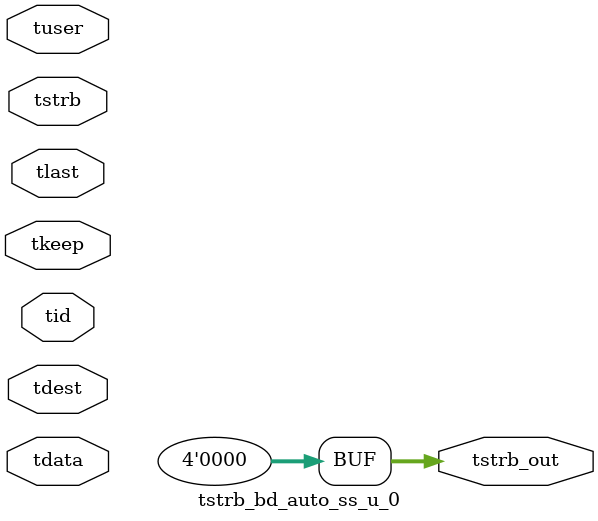
<source format=v>


`timescale 1ps/1ps

module tstrb_bd_auto_ss_u_0 #
(
parameter C_S_AXIS_TDATA_WIDTH = 32,
parameter C_S_AXIS_TUSER_WIDTH = 0,
parameter C_S_AXIS_TID_WIDTH   = 0,
parameter C_S_AXIS_TDEST_WIDTH = 0,
parameter C_M_AXIS_TDATA_WIDTH = 32
)
(
input  [(C_S_AXIS_TDATA_WIDTH == 0 ? 1 : C_S_AXIS_TDATA_WIDTH)-1:0     ] tdata,
input  [(C_S_AXIS_TUSER_WIDTH == 0 ? 1 : C_S_AXIS_TUSER_WIDTH)-1:0     ] tuser,
input  [(C_S_AXIS_TID_WIDTH   == 0 ? 1 : C_S_AXIS_TID_WIDTH)-1:0       ] tid,
input  [(C_S_AXIS_TDEST_WIDTH == 0 ? 1 : C_S_AXIS_TDEST_WIDTH)-1:0     ] tdest,
input  [(C_S_AXIS_TDATA_WIDTH/8)-1:0 ] tkeep,
input  [(C_S_AXIS_TDATA_WIDTH/8)-1:0 ] tstrb,
input                                                                    tlast,
output [(C_M_AXIS_TDATA_WIDTH/8)-1:0 ] tstrb_out
);

assign tstrb_out = {1'b0};

endmodule


</source>
